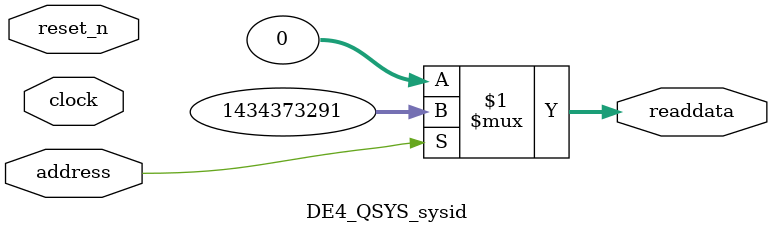
<source format=v>

`timescale 1ns / 1ps
// synthesis translate_on

// turn off superfluous verilog processor warnings 
// altera message_level Level1 
// altera message_off 10034 10035 10036 10037 10230 10240 10030 

module DE4_QSYS_sysid (
               // inputs:
                address,
                clock,
                reset_n,

               // outputs:
                readdata
             )
;

  output  [ 31: 0] readdata;
  input            address;
  input            clock;
  input            reset_n;

  wire    [ 31: 0] readdata;
  //control_slave, which is an e_avalon_slave
  assign readdata = address ? 1434373291 : 0;

endmodule




</source>
